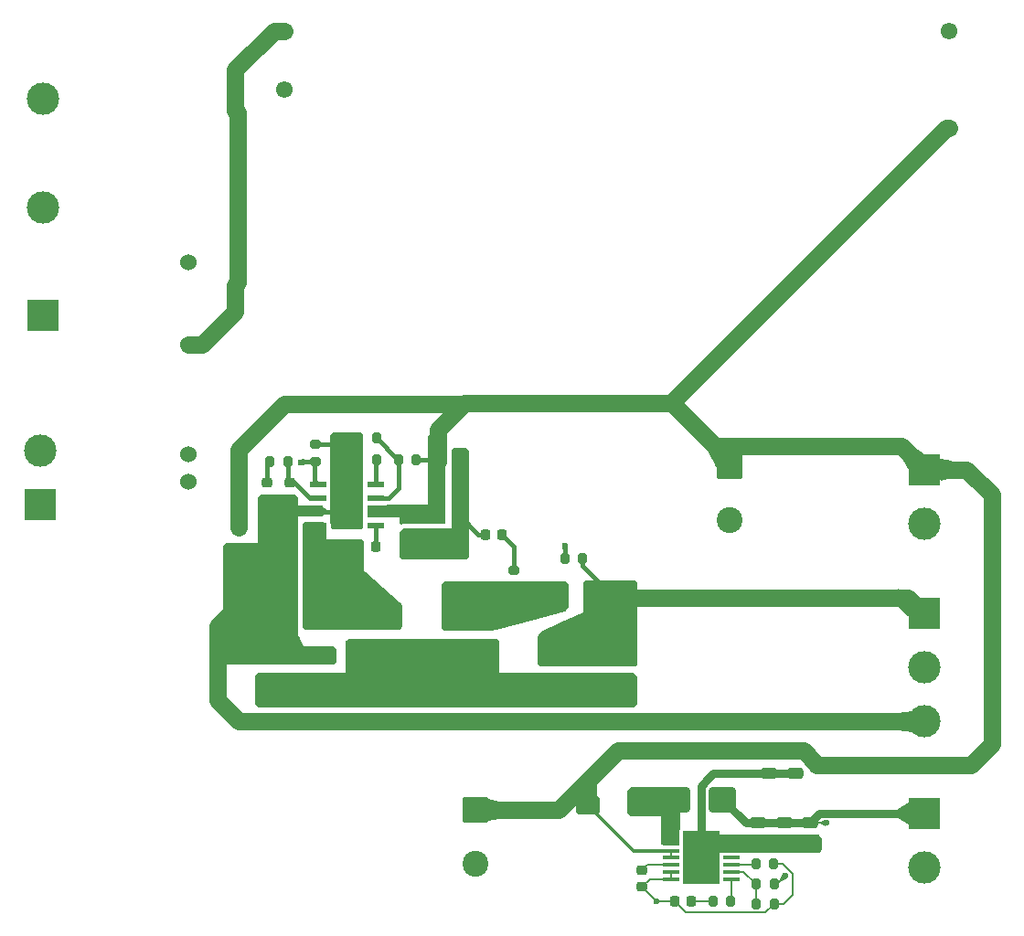
<source format=gbr>
%TF.GenerationSoftware,KiCad,Pcbnew,9.0.2*%
%TF.CreationDate,2025-06-19T15:47:43+12:00*%
%TF.ProjectId,ES-Speed-Box-Power,45532d53-7065-4656-942d-426f782d506f,rev?*%
%TF.SameCoordinates,Original*%
%TF.FileFunction,Copper,L1,Top*%
%TF.FilePolarity,Positive*%
%FSLAX46Y46*%
G04 Gerber Fmt 4.6, Leading zero omitted, Abs format (unit mm)*
G04 Created by KiCad (PCBNEW 9.0.2) date 2025-06-19 15:47:43*
%MOMM*%
%LPD*%
G01*
G04 APERTURE LIST*
G04 Aperture macros list*
%AMRoundRect*
0 Rectangle with rounded corners*
0 $1 Rounding radius*
0 $2 $3 $4 $5 $6 $7 $8 $9 X,Y pos of 4 corners*
0 Add a 4 corners polygon primitive as box body*
4,1,4,$2,$3,$4,$5,$6,$7,$8,$9,$2,$3,0*
0 Add four circle primitives for the rounded corners*
1,1,$1+$1,$2,$3*
1,1,$1+$1,$4,$5*
1,1,$1+$1,$6,$7*
1,1,$1+$1,$8,$9*
0 Add four rect primitives between the rounded corners*
20,1,$1+$1,$2,$3,$4,$5,0*
20,1,$1+$1,$4,$5,$6,$7,0*
20,1,$1+$1,$6,$7,$8,$9,0*
20,1,$1+$1,$8,$9,$2,$3,0*%
G04 Aperture macros list end*
%TA.AperFunction,SMDPad,CuDef*%
%ADD10RoundRect,0.250000X0.475000X-0.250000X0.475000X0.250000X-0.475000X0.250000X-0.475000X-0.250000X0*%
%TD*%
%TA.AperFunction,SMDPad,CuDef*%
%ADD11RoundRect,0.225000X0.225000X0.250000X-0.225000X0.250000X-0.225000X-0.250000X0.225000X-0.250000X0*%
%TD*%
%TA.AperFunction,SMDPad,CuDef*%
%ADD12RoundRect,0.225000X-0.250000X0.225000X-0.250000X-0.225000X0.250000X-0.225000X0.250000X0.225000X0*%
%TD*%
%TA.AperFunction,SMDPad,CuDef*%
%ADD13RoundRect,0.250000X-0.475000X0.250000X-0.475000X-0.250000X0.475000X-0.250000X0.475000X0.250000X0*%
%TD*%
%TA.AperFunction,SMDPad,CuDef*%
%ADD14RoundRect,0.250000X-0.250000X-0.475000X0.250000X-0.475000X0.250000X0.475000X-0.250000X0.475000X0*%
%TD*%
%TA.AperFunction,ComponentPad*%
%ADD15R,3.000000X3.000000*%
%TD*%
%TA.AperFunction,ComponentPad*%
%ADD16C,3.000000*%
%TD*%
%TA.AperFunction,SMDPad,CuDef*%
%ADD17RoundRect,0.200000X0.200000X0.275000X-0.200000X0.275000X-0.200000X-0.275000X0.200000X-0.275000X0*%
%TD*%
%TA.AperFunction,SMDPad,CuDef*%
%ADD18RoundRect,0.225000X-0.225000X-0.250000X0.225000X-0.250000X0.225000X0.250000X-0.225000X0.250000X0*%
%TD*%
%TA.AperFunction,SMDPad,CuDef*%
%ADD19R,1.550000X0.600000*%
%TD*%
%TA.AperFunction,ComponentPad*%
%ADD20C,0.600000*%
%TD*%
%TA.AperFunction,SMDPad,CuDef*%
%ADD21R,2.600000X3.100000*%
%TD*%
%TA.AperFunction,SMDPad,CuDef*%
%ADD22R,2.950000X4.500000*%
%TD*%
%TA.AperFunction,SMDPad,CuDef*%
%ADD23RoundRect,0.202500X-0.882500X-0.607500X0.882500X-0.607500X0.882500X0.607500X-0.882500X0.607500X0*%
%TD*%
%TA.AperFunction,SMDPad,CuDef*%
%ADD24RoundRect,0.200000X-0.200000X-0.275000X0.200000X-0.275000X0.200000X0.275000X-0.200000X0.275000X0*%
%TD*%
%TA.AperFunction,ComponentPad*%
%ADD25RoundRect,0.250001X-0.949999X0.949999X-0.949999X-0.949999X0.949999X-0.949999X0.949999X0.949999X0*%
%TD*%
%TA.AperFunction,ComponentPad*%
%ADD26C,2.400000*%
%TD*%
%TA.AperFunction,SMDPad,CuDef*%
%ADD27RoundRect,0.200000X-0.275000X0.200000X-0.275000X-0.200000X0.275000X-0.200000X0.275000X0.200000X0*%
%TD*%
%TA.AperFunction,SMDPad,CuDef*%
%ADD28RoundRect,0.250000X1.000000X0.650000X-1.000000X0.650000X-1.000000X-0.650000X1.000000X-0.650000X0*%
%TD*%
%TA.AperFunction,SMDPad,CuDef*%
%ADD29R,1.600000X0.300000*%
%TD*%
%TA.AperFunction,SMDPad,CuDef*%
%ADD30R,3.400000X5.000000*%
%TD*%
%TA.AperFunction,ComponentPad*%
%ADD31C,1.524000*%
%TD*%
%TA.AperFunction,ComponentPad*%
%ADD32C,1.549400*%
%TD*%
%TA.AperFunction,SMDPad,CuDef*%
%ADD33R,4.500000X2.150000*%
%TD*%
%TA.AperFunction,SMDPad,CuDef*%
%ADD34RoundRect,0.250000X1.000000X0.900000X-1.000000X0.900000X-1.000000X-0.900000X1.000000X-0.900000X0*%
%TD*%
%TA.AperFunction,ViaPad*%
%ADD35C,0.600000*%
%TD*%
%TA.AperFunction,Conductor*%
%ADD36C,0.200000*%
%TD*%
%TA.AperFunction,Conductor*%
%ADD37C,0.400000*%
%TD*%
%TA.AperFunction,Conductor*%
%ADD38C,0.800000*%
%TD*%
%TA.AperFunction,Conductor*%
%ADD39C,1.600000*%
%TD*%
%TA.AperFunction,Conductor*%
%ADD40C,0.300000*%
%TD*%
G04 APERTURE END LIST*
D10*
%TO.P,C12,1*%
%TO.N,GND*%
X77800000Y-106099997D03*
%TO.P,C12,2*%
%TO.N,-24VDC*%
X77800000Y-104199999D03*
%TD*%
D11*
%TO.P,C7,1*%
%TO.N,Net-(U2-BOOT)*%
X82675000Y-93800000D03*
%TO.P,C7,2*%
%TO.N,Net-(D1-K)*%
X81125000Y-93800000D03*
%TD*%
D12*
%TO.P,C9,1*%
%TO.N,Net-(U2-COMP)*%
X74700000Y-87889998D03*
%TO.P,C9,2*%
%TO.N,-24VDC*%
X74700000Y-89439998D03*
%TD*%
D13*
%TO.P,C205,1*%
%TO.N,+18VDC*%
X118025000Y-119375002D03*
%TO.P,C205,2*%
%TO.N,GND*%
X118025000Y-121275000D03*
%TD*%
%TO.P,C11,1*%
%TO.N,+24VDC*%
X98900000Y-104200000D03*
%TO.P,C11,2*%
%TO.N,GND*%
X98900000Y-106099998D03*
%TD*%
D14*
%TO.P,C4,1*%
%TO.N,+12VDC*%
X88450000Y-90864998D03*
%TO.P,C4,2*%
%TO.N,GND*%
X90350000Y-90864998D03*
%TD*%
D15*
%TO.P,J1,1,Pin_1*%
%TO.N,EARTH*%
X51850000Y-72345000D03*
D16*
%TO.P,J1,3,Pin_3*%
%TO.N,PHASE*%
X51850000Y-62345000D03*
%TO.P,J1,5,Pin_5*%
%TO.N,NEUTRAL*%
X51850000Y-52345000D03*
%TD*%
D14*
%TO.P,C3,1*%
%TO.N,+12VDC*%
X88450000Y-88364998D03*
%TO.P,C3,2*%
%TO.N,GND*%
X90350000Y-88364998D03*
%TD*%
D13*
%TO.P,C6,1*%
%TO.N,+12VDC*%
X70000000Y-92050001D03*
%TO.P,C6,2*%
%TO.N,-24VDC*%
X70000000Y-93949999D03*
%TD*%
D17*
%TO.P,R5,1*%
%TO.N,Net-(U2-RT{slash}CLK)*%
X82725000Y-85714998D03*
%TO.P,R5,2*%
%TO.N,-24VDC*%
X81075000Y-85714998D03*
%TD*%
D12*
%TO.P,C8,1*%
%TO.N,Net-(C8-Pad1)*%
X72600000Y-87889998D03*
%TO.P,C8,2*%
%TO.N,-24VDC*%
X72600000Y-89439998D03*
%TD*%
D18*
%TO.P,C10,1*%
%TO.N,GND*%
X92825000Y-92700000D03*
%TO.P,C10,2*%
%TO.N,Net-(C10-Pad2)*%
X94375000Y-92700000D03*
%TD*%
D15*
%TO.P,J4,1,Pin_1*%
%TO.N,+12VDC*%
X133492500Y-86662500D03*
D16*
%TO.P,J4,2,Pin_2*%
%TO.N,GND*%
X133492500Y-91662500D03*
%TD*%
D17*
%TO.P,R6,1*%
%TO.N,Net-(U2-COMP)*%
X74525000Y-85964998D03*
%TO.P,R6,2*%
%TO.N,Net-(C8-Pad1)*%
X72875000Y-85964998D03*
%TD*%
D19*
%TO.P,U2,1,BOOT*%
%TO.N,Net-(U2-BOOT)*%
X82700000Y-91819998D03*
%TO.P,U2,2,VIN*%
%TO.N,+12VDC*%
X82700000Y-90549998D03*
%TO.P,U2,3,EN*%
%TO.N,Net-(U2-EN)*%
X82700000Y-89279998D03*
%TO.P,U2,4,RT/CLK*%
%TO.N,Net-(U2-RT{slash}CLK)*%
X82700000Y-88009998D03*
%TO.P,U2,5,FB*%
%TO.N,Net-(U2-FB)*%
X77300000Y-88009998D03*
%TO.P,U2,6,COMP*%
%TO.N,Net-(U2-COMP)*%
X77300000Y-89279998D03*
%TO.P,U2,7,GND*%
%TO.N,-24VDC*%
X77300000Y-90549998D03*
%TO.P,U2,8,SW*%
%TO.N,Net-(D1-K)*%
X77300000Y-91819998D03*
D20*
%TO.P,U2,9,GNDPAD*%
%TO.N,-24VDC*%
X80600000Y-91714998D03*
X80600000Y-90514998D03*
X80600000Y-89214998D03*
X80600000Y-88114998D03*
D21*
X80000000Y-89914998D03*
D22*
X80000000Y-89914998D03*
D20*
X79400000Y-91714998D03*
X79400000Y-90514998D03*
X79400000Y-89214998D03*
X79400000Y-88114998D03*
%TD*%
D15*
%TO.P,J5,1,Pin_1*%
%TO.N,+18VDC*%
X133500000Y-118500000D03*
D16*
%TO.P,J5,2,Pin_2*%
%TO.N,GND*%
X133500000Y-123500000D03*
%TD*%
D23*
%TO.P,L200,1,1*%
%TO.N,+12VDC*%
X102310000Y-117775000D03*
%TO.P,L200,2,2*%
%TO.N,/Power - 18VDC/SW*%
X107150000Y-117775000D03*
%TD*%
D24*
%TO.P,R203,1*%
%TO.N,Net-(U200-FB)*%
X117900000Y-126925000D03*
%TO.P,R203,2*%
%TO.N,GND*%
X119550000Y-126925000D03*
%TD*%
D25*
%TO.P,C208,1*%
%TO.N,+12VDC*%
X91900000Y-118200000D03*
D26*
%TO.P,C208,2*%
%TO.N,GND*%
X91900000Y-123200000D03*
%TD*%
D24*
%TO.P,R200,1*%
%TO.N,Net-(U200-FREQ)*%
X117875000Y-123175000D03*
%TO.P,R200,2*%
%TO.N,GND*%
X119525000Y-123175000D03*
%TD*%
D27*
%TO.P,R8,1*%
%TO.N,Net-(C10-Pad2)*%
X95450000Y-96000000D03*
%TO.P,R8,2*%
%TO.N,Net-(D2-A)*%
X95450000Y-97650000D03*
%TD*%
D28*
%TO.P,D2,1,K*%
%TO.N,+24VDC*%
X103200000Y-98800000D03*
%TO.P,D2,2,A*%
%TO.N,Net-(D2-A)*%
X99200000Y-98800000D03*
%TD*%
D17*
%TO.P,R202,1*%
%TO.N,+18VDC*%
X119550000Y-125075000D03*
%TO.P,R202,2*%
%TO.N,Net-(U200-FB)*%
X117900000Y-125075000D03*
%TD*%
D27*
%TO.P,R7,1*%
%TO.N,-24VDC*%
X77100000Y-84314998D03*
%TO.P,R7,2*%
%TO.N,Net-(U2-FB)*%
X77100000Y-85964998D03*
%TD*%
D13*
%TO.P,C202,1*%
%TO.N,+12VDC*%
X121550000Y-112875001D03*
%TO.P,C202,2*%
%TO.N,GND*%
X121550000Y-114774999D03*
%TD*%
D29*
%TO.P,U200,1,SW*%
%TO.N,/Power - 18VDC/SW*%
X110000000Y-120675000D03*
%TO.P,U200,2,SW__1*%
X110000000Y-121325000D03*
%TO.P,U200,3,VIN*%
%TO.N,+12VDC*%
X110000000Y-121975000D03*
%TO.P,U200,4,EN*%
X110000000Y-122625000D03*
%TO.P,U200,5,SS*%
%TO.N,Net-(U200-SS)*%
X110000000Y-123275000D03*
%TO.P,U200,6,SYNC*%
%TO.N,GND*%
X110000000Y-123925000D03*
%TO.P,U200,7,AGND*%
X110000000Y-124575000D03*
%TO.P,U200,8,COMP*%
%TO.N,Net-(U200-COMP)*%
X115600000Y-124575000D03*
%TO.P,U200,9,FB*%
%TO.N,Net-(U200-FB)*%
X115600000Y-123925000D03*
%TO.P,U200,10,FREQ*%
%TO.N,Net-(U200-FREQ)*%
X115600000Y-123275000D03*
%TO.P,U200,11*%
%TO.N,N/C*%
X115600000Y-122625000D03*
%TO.P,U200,12,PGND*%
%TO.N,GND*%
X115600000Y-121975000D03*
%TO.P,U200,13,PGND__1*%
X115600000Y-121325000D03*
%TO.P,U200,14,PGND__2*%
X115600000Y-120675000D03*
D30*
%TO.P,U200,15,EPAD*%
X112800000Y-122625000D03*
%TD*%
D28*
%TO.P,D1,1,K*%
%TO.N,Net-(D1-K)*%
X77700000Y-98699998D03*
%TO.P,D1,2,A*%
%TO.N,-24VDC*%
X73700000Y-98699998D03*
%TD*%
D31*
%TO.P,S1,1,OUT1*%
%TO.N,PHASE*%
X65304100Y-67462300D03*
%TO.P,S1,2,OUT2*%
%TO.N,PHASE_SWITCHED*%
X65304100Y-75082300D03*
%TO.P,S1,3,IN+*%
%TO.N,/Power - Mains Input & 12V Trigger/TRIGGER+*%
X65304100Y-85242300D03*
%TO.P,S1,4,IN-*%
%TO.N,/Power - Mains Input & 12V Trigger/TRIGGER-*%
X65304100Y-87782300D03*
%TD*%
D25*
%TO.P,C200,1*%
%TO.N,+12VDC*%
X115400000Y-86384785D03*
D26*
%TO.P,C200,2*%
%TO.N,GND*%
X115400000Y-91384785D03*
%TD*%
D12*
%TO.P,C203,1*%
%TO.N,Net-(U200-SS)*%
X107350000Y-123750000D03*
%TO.P,C203,2*%
%TO.N,GND*%
X107350000Y-125300000D03*
%TD*%
D17*
%TO.P,R201,1*%
%TO.N,Net-(U200-COMP)*%
X115525000Y-126625000D03*
%TO.P,R201,2*%
%TO.N,Net-(C204-Pad1)*%
X113875000Y-126625000D03*
%TD*%
D32*
%TO.P,U1,1,AC/L*%
%TO.N,PHASE_SWITCHED*%
X74249998Y-46005501D03*
%TO.P,U1,2,AC/N*%
%TO.N,NEUTRAL*%
X74249998Y-51505501D03*
%TO.P,U1,3,V+*%
%TO.N,+12VDC*%
X135750002Y-55005501D03*
%TO.P,U1,4,V-*%
%TO.N,GND*%
X135750002Y-46005501D03*
%TD*%
D17*
%TO.P,R3,1*%
%TO.N,+12VDC*%
X86425000Y-85714998D03*
%TO.P,R3,2*%
%TO.N,Net-(U2-EN)*%
X84775000Y-85714998D03*
%TD*%
D13*
%TO.P,C13,1*%
%TO.N,+24VDC*%
X101450000Y-104200000D03*
%TO.P,C13,2*%
%TO.N,GND*%
X101450000Y-106099998D03*
%TD*%
D14*
%TO.P,C2,1*%
%TO.N,+12VDC*%
X88450000Y-85964998D03*
%TO.P,C2,2*%
%TO.N,GND*%
X90350000Y-85964998D03*
%TD*%
D13*
%TO.P,C207,1*%
%TO.N,+18VDC*%
X122900000Y-119375002D03*
%TO.P,C207,2*%
%TO.N,GND*%
X122900000Y-121275000D03*
%TD*%
D12*
%TO.P,C5,1*%
%TO.N,+12VDC*%
X85700000Y-91164998D03*
%TO.P,C5,2*%
%TO.N,GND*%
X85700000Y-92714998D03*
%TD*%
D15*
%TO.P,J2,1,Pin_1*%
%TO.N,/Power - Mains Input & 12V Trigger/TRIGGER+*%
X51636600Y-89932300D03*
D16*
%TO.P,J2,2,Pin_2*%
%TO.N,/Power - Mains Input & 12V Trigger/TRIGGER-*%
X51636600Y-84932300D03*
%TD*%
D10*
%TO.P,C16,1*%
%TO.N,GND*%
X72600000Y-106099997D03*
%TO.P,C16,2*%
%TO.N,-24VDC*%
X72600000Y-104199999D03*
%TD*%
D17*
%TO.P,R4,1*%
%TO.N,Net-(U2-EN)*%
X82725000Y-83764998D03*
%TO.P,R4,2*%
%TO.N,-24VDC*%
X81075000Y-83764998D03*
%TD*%
D10*
%TO.P,C14,1*%
%TO.N,GND*%
X75200000Y-106099997D03*
%TO.P,C14,2*%
%TO.N,-24VDC*%
X75200000Y-104199999D03*
%TD*%
D15*
%TO.P,J3,1,Pin_1*%
%TO.N,+24VDC*%
X133492500Y-100000000D03*
D16*
%TO.P,J3,2,Pin_2*%
%TO.N,GND*%
X133492500Y-105000000D03*
%TO.P,J3,3,Pin_3*%
%TO.N,-24VDC*%
X133492500Y-110000000D03*
%TD*%
D33*
%TO.P,L1,1,1*%
%TO.N,GND*%
X82750000Y-103614998D03*
%TO.P,L1,2,2*%
%TO.N,Net-(D1-K)*%
X82750000Y-100184998D03*
%TO.P,L1,3,3*%
%TO.N,Net-(D2-A)*%
X91250000Y-100184998D03*
%TO.P,L1,4,4*%
%TO.N,GND*%
X91250000Y-103614998D03*
%TD*%
D13*
%TO.P,C201,1*%
%TO.N,+12VDC*%
X119050000Y-112875001D03*
%TO.P,C201,2*%
%TO.N,GND*%
X119050000Y-114774999D03*
%TD*%
%TO.P,C15,1*%
%TO.N,+24VDC*%
X104000000Y-104200000D03*
%TO.P,C15,2*%
%TO.N,GND*%
X104000000Y-106099998D03*
%TD*%
D34*
%TO.P,D200,1,K*%
%TO.N,+18VDC*%
X114800001Y-117225000D03*
%TO.P,D200,2,A*%
%TO.N,/Power - 18VDC/SW*%
X110499999Y-117225000D03*
%TD*%
D13*
%TO.P,C206,1*%
%TO.N,+18VDC*%
X120500000Y-119375002D03*
%TO.P,C206,2*%
%TO.N,GND*%
X120500000Y-121275000D03*
%TD*%
D24*
%TO.P,R9,1*%
%TO.N,Net-(U2-FB)*%
X100200000Y-94900000D03*
%TO.P,R9,2*%
%TO.N,+24VDC*%
X101850000Y-94900000D03*
%TD*%
D11*
%TO.P,C204,1*%
%TO.N,Net-(C204-Pad1)*%
X111875000Y-126625000D03*
%TO.P,C204,2*%
%TO.N,GND*%
X110325000Y-126625000D03*
%TD*%
D35*
%TO.N,GND*%
X112886578Y-115886578D03*
X85500000Y-94500000D03*
X96000000Y-106000000D03*
X112800000Y-124325000D03*
X111900000Y-120925000D03*
X115600000Y-114774999D03*
X80750000Y-106000000D03*
X90500000Y-94500000D03*
X88500000Y-92500000D03*
X81750000Y-107000000D03*
X112800000Y-122625000D03*
X95000000Y-106000000D03*
X80750000Y-107000000D03*
X88500000Y-93500000D03*
X89500000Y-92500000D03*
X95000000Y-108000000D03*
X113936578Y-114836578D03*
X111900000Y-122625000D03*
X112800000Y-121825000D03*
X86500000Y-94500000D03*
X90500000Y-93500000D03*
X95000000Y-107000000D03*
X108700000Y-126625000D03*
X121700000Y-121400000D03*
X111900000Y-124325000D03*
X97000000Y-106000000D03*
X111900000Y-121825000D03*
X97000000Y-107000000D03*
X112800000Y-117400000D03*
X81750000Y-106000000D03*
X82750000Y-108000000D03*
X113800000Y-121825000D03*
X96000000Y-108000000D03*
X114800000Y-114774999D03*
X89500000Y-93500000D03*
X81750000Y-108000000D03*
X119200000Y-121400000D03*
X96000000Y-107000000D03*
X113800000Y-124325000D03*
X80750000Y-108000000D03*
X113436578Y-115336578D03*
X89500000Y-94500000D03*
X112800000Y-120925000D03*
X97000000Y-108000000D03*
X113800000Y-123525000D03*
X112800000Y-118300000D03*
X82750000Y-106000000D03*
X113800000Y-120925000D03*
X113800000Y-122625000D03*
X112800000Y-116700000D03*
X112800000Y-123525000D03*
X87500000Y-94500000D03*
X116800000Y-121300000D03*
X111900000Y-123525000D03*
X82750000Y-107000000D03*
X88500000Y-94500000D03*
X90500000Y-92500000D03*
%TO.N,Net-(U2-FB)*%
X100200000Y-93700000D03*
X75750000Y-86000000D03*
%TO.N,+18VDC*%
X120625735Y-124299265D03*
X124400000Y-119400000D03*
%TD*%
D36*
%TO.N,GND*%
X119550000Y-126925000D02*
X118774000Y-127701000D01*
D37*
X92185002Y-92700000D02*
X90350000Y-90864998D01*
D36*
X111401000Y-127701000D02*
X110325000Y-126625000D01*
X116800000Y-127701000D02*
X111401000Y-127701000D01*
D37*
X123225000Y-121600000D02*
X122900000Y-121275000D01*
D38*
X113936578Y-114836578D02*
X113436578Y-115336578D01*
X114800000Y-114774999D02*
X113998158Y-114774999D01*
D36*
X108075000Y-124575000D02*
X107350000Y-125300000D01*
X108700000Y-126625000D02*
X108675000Y-126625000D01*
X120350000Y-123175000D02*
X121300000Y-124125000D01*
D38*
X113998158Y-114774999D02*
X113936578Y-114836578D01*
D36*
X108675000Y-126625000D02*
X107350000Y-125300000D01*
D38*
X119050000Y-114774999D02*
X115600000Y-114774999D01*
X112800000Y-115973157D02*
X112800000Y-116700000D01*
X113436578Y-115336578D02*
X112886578Y-115886578D01*
X112800000Y-117400000D02*
X112800000Y-118300000D01*
X121550000Y-114774999D02*
X119050000Y-114774999D01*
X115600000Y-114774999D02*
X114800000Y-114774999D01*
X112800000Y-118300000D02*
X112800000Y-121825000D01*
D36*
X120400000Y-126925000D02*
X119550000Y-126925000D01*
X121300000Y-124125000D02*
X121300000Y-126025000D01*
D38*
X112886578Y-115886578D02*
X112800000Y-115973157D01*
D36*
X119525000Y-123175000D02*
X120350000Y-123175000D01*
X110325000Y-126625000D02*
X108700000Y-126625000D01*
D38*
X112800000Y-116700000D02*
X112800000Y-117400000D01*
D36*
X110000000Y-123925000D02*
X110000000Y-124575000D01*
X110000000Y-124575000D02*
X108075000Y-124575000D01*
X118774000Y-127701000D02*
X116800000Y-127701000D01*
X121300000Y-126025000D02*
X120400000Y-126925000D01*
D37*
X92825000Y-92700000D02*
X92185002Y-92700000D01*
D39*
%TO.N,+24VDC*%
X103500000Y-98500000D02*
X131992500Y-98500000D01*
D37*
X101850000Y-95550000D02*
X103200000Y-96900000D01*
X103200000Y-96900000D02*
X103200000Y-98800000D01*
D39*
X103200000Y-98800000D02*
X103500000Y-98500000D01*
X131992500Y-98500000D02*
X133492500Y-100000000D01*
D37*
X101850000Y-94900000D02*
X101850000Y-95550000D01*
%TO.N,-24VDC*%
X80525000Y-84314998D02*
X81075000Y-83764998D01*
X77100000Y-84314998D02*
X80525000Y-84314998D01*
D39*
X68000000Y-108000000D02*
X68000000Y-101199998D01*
D37*
X79365000Y-90549998D02*
X80000000Y-89914998D01*
D39*
X133492500Y-110000000D02*
X70000000Y-110000000D01*
X70500000Y-98699998D02*
X73700000Y-98699998D01*
D37*
X77300000Y-90549998D02*
X79365000Y-90549998D01*
D39*
X68000000Y-101199998D02*
X70500000Y-98699998D01*
X70000000Y-110000000D02*
X68000000Y-108000000D01*
%TO.N,+12VDC*%
X105075000Y-112700000D02*
X99575000Y-118200000D01*
X116900000Y-84500000D02*
X114055503Y-84500000D01*
X137362500Y-86662500D02*
X133492500Y-86662500D01*
X102310000Y-117515000D02*
X102310000Y-115465000D01*
X110155503Y-80344497D02*
X110155503Y-80600000D01*
X90829200Y-80570800D02*
X88450000Y-82950000D01*
D36*
X102310000Y-117515000D02*
X102310000Y-117775000D01*
D39*
X115800000Y-86600000D02*
X115800000Y-86244497D01*
X99575000Y-118200000D02*
X91900000Y-118200000D01*
D36*
X110000000Y-122625000D02*
X110000000Y-121975000D01*
D40*
X110000000Y-121975000D02*
X106510000Y-121975000D01*
D39*
X105100000Y-112700000D02*
X122258951Y-112700000D01*
D37*
X86425000Y-85714998D02*
X88200000Y-85714998D01*
D39*
X135750002Y-55005501D02*
X135494499Y-55005501D01*
X115800000Y-86244497D02*
X114055503Y-84500000D01*
X70000000Y-84800000D02*
X70000000Y-92050001D01*
D37*
X88200000Y-85714998D02*
X88450000Y-85964998D01*
D39*
X131330000Y-84500000D02*
X116900000Y-84500000D01*
X122258951Y-112700000D02*
X123476000Y-113917049D01*
X88450000Y-82950000D02*
X88450000Y-85964998D01*
X137825000Y-114000000D02*
X139700000Y-112125000D01*
X123476000Y-114000000D02*
X137825000Y-114000000D01*
X105075000Y-112700000D02*
X105100000Y-112700000D01*
X102310000Y-115465000D02*
X105075000Y-112700000D01*
X90900000Y-80500000D02*
X90829200Y-80570800D01*
X90829200Y-80570800D02*
X74229200Y-80570800D01*
D40*
X106510000Y-121975000D02*
X102310000Y-117775000D01*
D39*
X133492500Y-86662500D02*
X131330000Y-84500000D01*
X114055503Y-84500000D02*
X110155503Y-80600000D01*
X110155503Y-80600000D02*
X110055503Y-80500000D01*
X110055503Y-80500000D02*
X90900000Y-80500000D01*
X139700000Y-89000000D02*
X137362500Y-86662500D01*
X74229200Y-80570800D02*
X70000000Y-84800000D01*
X135494499Y-55005501D02*
X110155503Y-80344497D01*
X139700000Y-112125000D02*
X139700000Y-89000000D01*
X123476000Y-113917049D02*
X123476000Y-114000000D01*
%TO.N,PHASE_SWITCHED*%
X69867100Y-53593620D02*
X69867100Y-69352357D01*
X66610900Y-75082300D02*
X65304100Y-75082300D01*
X69867100Y-69352357D02*
X69674298Y-69545159D01*
X69674298Y-72018902D02*
X66610900Y-75082300D01*
X69674298Y-53400818D02*
X69867100Y-53593620D01*
X73278981Y-46005501D02*
X69674298Y-49610184D01*
X69674298Y-69545159D02*
X69674298Y-72018902D01*
X69674298Y-49610184D02*
X69674298Y-53400818D01*
X74249998Y-46005501D02*
X73278981Y-46005501D01*
D37*
%TO.N,Net-(U2-BOOT)*%
X82675000Y-93800000D02*
X82675000Y-91844998D01*
X82675000Y-91844998D02*
X82700000Y-91819998D01*
%TO.N,Net-(U2-COMP)*%
X74525000Y-85964998D02*
X74525000Y-87714998D01*
X76565000Y-89279998D02*
X77300000Y-89279998D01*
X74700000Y-87889998D02*
X75175000Y-87889998D01*
X74525000Y-87714998D02*
X74700000Y-87889998D01*
X75175000Y-87889998D02*
X76565000Y-89279998D01*
%TO.N,Net-(U2-EN)*%
X83875000Y-89279998D02*
X82700000Y-89279998D01*
X84775000Y-88379998D02*
X83875000Y-89279998D01*
X84775000Y-85714998D02*
X84675000Y-85714998D01*
X84775000Y-85714998D02*
X84775000Y-88379998D01*
X84675000Y-85714998D02*
X82725000Y-83764998D01*
%TO.N,Net-(U2-RT{slash}CLK)*%
X82700000Y-85739998D02*
X82725000Y-85714998D01*
X82700000Y-88009998D02*
X82700000Y-85739998D01*
%TO.N,Net-(U2-FB)*%
X77100000Y-85964998D02*
X75785002Y-85964998D01*
X100200000Y-94900000D02*
X100200000Y-93700000D01*
X77000000Y-87709998D02*
X77000000Y-86064998D01*
X77300000Y-88009998D02*
X77000000Y-87709998D01*
X75785002Y-85964998D02*
X75750000Y-86000000D01*
X77000000Y-86064998D02*
X77100000Y-85964998D01*
%TO.N,Net-(C8-Pad1)*%
X72600000Y-87889998D02*
X72600000Y-86239998D01*
X72600000Y-86239998D02*
X72875000Y-85964998D01*
%TO.N,Net-(C10-Pad2)*%
X95450000Y-96000000D02*
X95450000Y-93775000D01*
X95450000Y-93775000D02*
X94375000Y-92700000D01*
D38*
%TO.N,+18VDC*%
X122900000Y-119375002D02*
X118025000Y-119375002D01*
X122900000Y-119375002D02*
X123775002Y-118500000D01*
X116950003Y-119375002D02*
X114800001Y-117225000D01*
X118025000Y-119375002D02*
X116950003Y-119375002D01*
X123775002Y-118500000D02*
X133500000Y-118500000D01*
D36*
X119550000Y-125075000D02*
X119850000Y-125075000D01*
X119850000Y-125075000D02*
X120625735Y-124299265D01*
X124375002Y-119375002D02*
X122900000Y-119375002D01*
X124400000Y-119400000D02*
X124375002Y-119375002D01*
%TO.N,Net-(U200-SS)*%
X110000000Y-123275000D02*
X107825000Y-123275000D01*
X107825000Y-123275000D02*
X107350000Y-123750000D01*
%TO.N,Net-(C204-Pad1)*%
X113875000Y-126625000D02*
X111875000Y-126625000D01*
%TO.N,Net-(U200-FREQ)*%
X117625000Y-123275000D02*
X117725000Y-123175000D01*
X115600000Y-123275000D02*
X117625000Y-123275000D01*
%TO.N,Net-(U200-COMP)*%
X115600000Y-124575000D02*
X115600000Y-126550000D01*
X115600000Y-126550000D02*
X115525000Y-126625000D01*
%TO.N,Net-(U200-FB)*%
X115600000Y-123925000D02*
X116750000Y-123925000D01*
X117900000Y-125075000D02*
X117900000Y-126925000D01*
X116750000Y-123925000D02*
X117900000Y-125075000D01*
%TD*%
%TA.AperFunction,Conductor*%
%TO.N,-24VDC*%
G36*
X81265677Y-83234683D02*
G01*
X81286319Y-83251317D01*
X81463681Y-83428679D01*
X81497166Y-83490002D01*
X81500000Y-83516360D01*
X81500000Y-89926190D01*
X81494977Y-89961126D01*
X81486425Y-89990249D01*
X81486423Y-89990257D01*
X81469999Y-90104496D01*
X81469999Y-90989135D01*
X81472323Y-91032493D01*
X81475157Y-91058848D01*
X81479798Y-91090332D01*
X81479801Y-91090344D01*
X81492788Y-91126741D01*
X81500000Y-91168412D01*
X81500000Y-91913636D01*
X81480315Y-91980675D01*
X81463681Y-92001317D01*
X81286319Y-92178679D01*
X81224996Y-92212164D01*
X81198638Y-92214998D01*
X78751362Y-92214998D01*
X78721921Y-92206353D01*
X78691935Y-92199830D01*
X78686919Y-92196075D01*
X78684323Y-92195313D01*
X78663681Y-92178679D01*
X78541819Y-92056817D01*
X78508334Y-91995494D01*
X78505500Y-91969136D01*
X78505500Y-91816359D01*
X78503175Y-91773001D01*
X78500341Y-91746646D01*
X78495700Y-91715162D01*
X78495699Y-91715161D01*
X78495699Y-91715156D01*
X78482710Y-91678752D01*
X78475499Y-91637082D01*
X78475499Y-91488480D01*
X78467258Y-91436447D01*
X78460646Y-91394694D01*
X78460644Y-91394690D01*
X78460644Y-91394689D01*
X78457630Y-91385410D01*
X78459766Y-91384715D01*
X78450000Y-91344029D01*
X78450000Y-89755966D01*
X78459769Y-89715279D01*
X78457630Y-89714584D01*
X78460644Y-89705305D01*
X78460646Y-89705302D01*
X78475500Y-89611517D01*
X78475499Y-88948480D01*
X78460646Y-88854694D01*
X78460644Y-88854690D01*
X78460644Y-88854689D01*
X78457630Y-88845410D01*
X78459766Y-88844715D01*
X78450000Y-88804029D01*
X78450000Y-88485966D01*
X78459769Y-88445279D01*
X78457630Y-88444584D01*
X78460644Y-88435305D01*
X78460646Y-88435302D01*
X78475500Y-88341517D01*
X78475499Y-87678480D01*
X78460646Y-87584694D01*
X78460644Y-87584690D01*
X78460644Y-87584689D01*
X78457630Y-87575410D01*
X78459766Y-87574715D01*
X78450000Y-87534029D01*
X78450000Y-83516360D01*
X78469685Y-83449321D01*
X78486319Y-83428679D01*
X78663681Y-83251317D01*
X78725004Y-83217832D01*
X78751362Y-83214998D01*
X81198638Y-83214998D01*
X81265677Y-83234683D01*
G37*
%TD.AperFunction*%
%TD*%
%TA.AperFunction,Conductor*%
%TO.N,-24VDC*%
G36*
X75265677Y-89019685D02*
G01*
X75286319Y-89036319D01*
X75463681Y-89213681D01*
X75497166Y-89275004D01*
X75500000Y-89301362D01*
X75500000Y-90000000D01*
X77698638Y-90000000D01*
X77765677Y-90019685D01*
X77786319Y-90036319D01*
X77963681Y-90213681D01*
X77997166Y-90275004D01*
X78000000Y-90301362D01*
X78000000Y-90698638D01*
X77980315Y-90765677D01*
X77963681Y-90786319D01*
X77786319Y-90963681D01*
X77724996Y-90997166D01*
X77698638Y-91000000D01*
X75500000Y-91000000D01*
X75500000Y-102500000D01*
X71750000Y-102500000D01*
X71750000Y-89301362D01*
X71769685Y-89234323D01*
X71786319Y-89213681D01*
X71963681Y-89036319D01*
X72025004Y-89002834D01*
X72051362Y-89000000D01*
X75198638Y-89000000D01*
X75265677Y-89019685D01*
G37*
%TD.AperFunction*%
%TD*%
%TA.AperFunction,Conductor*%
%TO.N,+24VDC*%
G36*
X106665677Y-96934683D02*
G01*
X106686319Y-96951317D01*
X106863681Y-97128679D01*
X106897166Y-97190002D01*
X106900000Y-97216360D01*
X106900000Y-104613636D01*
X106880315Y-104680675D01*
X106863681Y-104701317D01*
X106686319Y-104878679D01*
X106624996Y-104912164D01*
X106598638Y-104914998D01*
X98001362Y-104914998D01*
X97934323Y-104895313D01*
X97913681Y-104878679D01*
X97736319Y-104701317D01*
X97702834Y-104639994D01*
X97700000Y-104613636D01*
X97700000Y-102086630D01*
X97719685Y-102019591D01*
X97719904Y-102019250D01*
X97908178Y-101728383D01*
X97961130Y-101682803D01*
X97961240Y-101682753D01*
X99800000Y-100857499D01*
X101900000Y-99914998D01*
X101900000Y-97216360D01*
X101919685Y-97149321D01*
X101936319Y-97128679D01*
X102113681Y-96951317D01*
X102175004Y-96917832D01*
X102201362Y-96914998D01*
X106598638Y-96914998D01*
X106665677Y-96934683D01*
G37*
%TD.AperFunction*%
%TD*%
%TA.AperFunction,Conductor*%
%TO.N,GND*%
G36*
X91065677Y-84634683D02*
G01*
X91086319Y-84651317D01*
X91263681Y-84828679D01*
X91297166Y-84890002D01*
X91300000Y-84916360D01*
X91300000Y-94713636D01*
X91280315Y-94780675D01*
X91263681Y-94801317D01*
X91086319Y-94978679D01*
X91024996Y-95012164D01*
X90998638Y-95014998D01*
X85201362Y-95014998D01*
X85134323Y-94995313D01*
X85113681Y-94978679D01*
X84936319Y-94801317D01*
X84902834Y-94739994D01*
X84900000Y-94713636D01*
X84900000Y-92416360D01*
X84919685Y-92349321D01*
X84936319Y-92328679D01*
X85113681Y-92151317D01*
X85175004Y-92117832D01*
X85201362Y-92114998D01*
X89700000Y-92114998D01*
X89700000Y-84916360D01*
X89719685Y-84849321D01*
X89736319Y-84828679D01*
X89913681Y-84651317D01*
X89975004Y-84617832D01*
X90001362Y-84614998D01*
X90998638Y-84614998D01*
X91065677Y-84634683D01*
G37*
%TD.AperFunction*%
%TD*%
%TA.AperFunction,Conductor*%
%TO.N,Net-(D2-A)*%
G36*
X100265677Y-97019685D02*
G01*
X100286319Y-97036319D01*
X100463681Y-97213681D01*
X100497166Y-97275004D01*
X100500000Y-97301362D01*
X100500000Y-99408146D01*
X100480315Y-99475185D01*
X100474642Y-99483284D01*
X100284335Y-99733078D01*
X100228049Y-99774475D01*
X100218619Y-99777481D01*
X97050000Y-100650000D01*
X93849075Y-101531413D01*
X93832765Y-101534746D01*
X93358264Y-101598883D01*
X93341654Y-101600000D01*
X89101362Y-101600000D01*
X89034323Y-101580315D01*
X89013681Y-101563681D01*
X88836319Y-101386319D01*
X88802834Y-101324996D01*
X88800000Y-101298638D01*
X88800000Y-97301362D01*
X88819685Y-97234323D01*
X88836319Y-97213681D01*
X89013681Y-97036319D01*
X89075004Y-97002834D01*
X89101362Y-97000000D01*
X100198638Y-97000000D01*
X100265677Y-97019685D01*
G37*
%TD.AperFunction*%
%TD*%
%TA.AperFunction,Conductor*%
%TO.N,+12VDC*%
G36*
X88865677Y-83334683D02*
G01*
X88886319Y-83351317D01*
X89063681Y-83528679D01*
X89097166Y-83590002D01*
X89100000Y-83616360D01*
X89100000Y-91585498D01*
X89080315Y-91652537D01*
X89027511Y-91698292D01*
X88976000Y-91709498D01*
X85201361Y-91709498D01*
X85158003Y-91711822D01*
X85131652Y-91714656D01*
X85100164Y-91719297D01*
X85100154Y-91719300D01*
X85066538Y-91731294D01*
X85049605Y-91732262D01*
X85033715Y-91738189D01*
X85015446Y-91734214D01*
X84996782Y-91735282D01*
X84981604Y-91726852D01*
X84965442Y-91723337D01*
X84937188Y-91702186D01*
X84936319Y-91701317D01*
X84902834Y-91639994D01*
X84900000Y-91613636D01*
X84900000Y-91114998D01*
X84650000Y-91114998D01*
X82001362Y-91114998D01*
X81971921Y-91106353D01*
X81941935Y-91099830D01*
X81936919Y-91096075D01*
X81934323Y-91095313D01*
X81913681Y-91078679D01*
X81911818Y-91076816D01*
X81878333Y-91015493D01*
X81875499Y-90989135D01*
X81875499Y-90104497D01*
X81895184Y-90037458D01*
X81947988Y-89991703D01*
X81999494Y-89980497D01*
X83506518Y-89980497D01*
X83600304Y-89965644D01*
X83655234Y-89937655D01*
X83673178Y-89928513D01*
X83729472Y-89914998D01*
X87500000Y-89914998D01*
X87500000Y-83616360D01*
X87519685Y-83549321D01*
X87536319Y-83528679D01*
X87713681Y-83351317D01*
X87775004Y-83317832D01*
X87801362Y-83314998D01*
X88798638Y-83314998D01*
X88865677Y-83334683D01*
G37*
%TD.AperFunction*%
%TD*%
%TA.AperFunction,Conductor*%
%TO.N,GND*%
G36*
X93865677Y-102334683D02*
G01*
X93886319Y-102351317D01*
X94063681Y-102528679D01*
X94097166Y-102590002D01*
X94100000Y-102616360D01*
X94100000Y-105514998D01*
X79900000Y-105514998D01*
X79900000Y-102616360D01*
X79919685Y-102549321D01*
X79936319Y-102528679D01*
X80113681Y-102351317D01*
X80175004Y-102317832D01*
X80201362Y-102314998D01*
X93798638Y-102314998D01*
X93865677Y-102334683D01*
G37*
%TD.AperFunction*%
%TD*%
%TA.AperFunction,Conductor*%
%TO.N,GND*%
G36*
X123715677Y-120494685D02*
G01*
X123736319Y-120511319D01*
X123913681Y-120688681D01*
X123947166Y-120750004D01*
X123950000Y-120776362D01*
X123950000Y-121873638D01*
X123930315Y-121940677D01*
X123913681Y-121961319D01*
X123736319Y-122138681D01*
X123674996Y-122172166D01*
X123648638Y-122175000D01*
X116456347Y-122175000D01*
X116448456Y-122174543D01*
X116448447Y-122174707D01*
X116444867Y-122174500D01*
X116444865Y-122174500D01*
X116444862Y-122174500D01*
X114755143Y-122174500D01*
X114751561Y-122174708D01*
X114751551Y-122174544D01*
X114743666Y-122175000D01*
X113751362Y-122175000D01*
X113684323Y-122155315D01*
X113663681Y-122138681D01*
X113486319Y-121961319D01*
X113452834Y-121899996D01*
X113450000Y-121873638D01*
X113450000Y-120776362D01*
X113469685Y-120709323D01*
X113486319Y-120688681D01*
X113663681Y-120511319D01*
X113725004Y-120477834D01*
X113751362Y-120475000D01*
X123648638Y-120475000D01*
X123715677Y-120494685D01*
G37*
%TD.AperFunction*%
%TD*%
%TA.AperFunction,Conductor*%
%TO.N,/Power - 18VDC/SW*%
G36*
X111515677Y-116094685D02*
G01*
X111536319Y-116111319D01*
X111713681Y-116288681D01*
X111747166Y-116350004D01*
X111750000Y-116376362D01*
X111750000Y-118123638D01*
X111730315Y-118190677D01*
X111713681Y-118211319D01*
X111536319Y-118388681D01*
X111474996Y-118422166D01*
X111448638Y-118425000D01*
X110850000Y-118425000D01*
X110850000Y-119921082D01*
X110839434Y-119971169D01*
X110802415Y-120055006D01*
X110802415Y-120055008D01*
X110799500Y-120080131D01*
X110799500Y-121300500D01*
X110779815Y-121367539D01*
X110727011Y-121413294D01*
X110675500Y-121424500D01*
X109174000Y-121424500D01*
X109106961Y-121404815D01*
X109061206Y-121352011D01*
X109050000Y-121300500D01*
X109050000Y-118775000D01*
X108800000Y-118775000D01*
X106301362Y-118775000D01*
X106234323Y-118755315D01*
X106213681Y-118738681D01*
X106036319Y-118561319D01*
X106002834Y-118499996D01*
X106000000Y-118473638D01*
X106000000Y-116376362D01*
X106019685Y-116309323D01*
X106036319Y-116288681D01*
X106213681Y-116111319D01*
X106275004Y-116077834D01*
X106301362Y-116075000D01*
X111448638Y-116075000D01*
X111515677Y-116094685D01*
G37*
%TD.AperFunction*%
%TD*%
%TA.AperFunction,Conductor*%
%TO.N,GND*%
G36*
X106615677Y-105534683D02*
G01*
X106636319Y-105551317D01*
X106813681Y-105728679D01*
X106847166Y-105790002D01*
X106850000Y-105816360D01*
X106850000Y-108363636D01*
X106830315Y-108430675D01*
X106813681Y-108451317D01*
X106636319Y-108628679D01*
X106574996Y-108662164D01*
X106548638Y-108664998D01*
X71801362Y-108664998D01*
X71734323Y-108645313D01*
X71713681Y-108628679D01*
X71536319Y-108451317D01*
X71502834Y-108389994D01*
X71500000Y-108363636D01*
X71500000Y-105816360D01*
X71519685Y-105749321D01*
X71536319Y-105728679D01*
X71713681Y-105551317D01*
X71775004Y-105517832D01*
X71801362Y-105514998D01*
X79900000Y-105514998D01*
X94100000Y-105514998D01*
X106548638Y-105514998D01*
X106615677Y-105534683D01*
G37*
%TD.AperFunction*%
%TD*%
%TA.AperFunction,Conductor*%
%TO.N,Net-(D1-K)*%
G36*
X77865677Y-91534683D02*
G01*
X77886319Y-91551317D01*
X78063681Y-91728679D01*
X78097166Y-91790002D01*
X78100000Y-91816360D01*
X78100000Y-93114998D01*
X81298638Y-93114998D01*
X81365677Y-93134683D01*
X81386319Y-93151317D01*
X81563681Y-93328679D01*
X81597166Y-93390002D01*
X81600000Y-93416360D01*
X81600000Y-96003871D01*
X81766682Y-96152032D01*
X81785475Y-96168738D01*
X81785490Y-96168752D01*
X84893293Y-98931242D01*
X84924030Y-98973124D01*
X85089118Y-99340749D01*
X85100000Y-99391546D01*
X85100000Y-101213636D01*
X85080315Y-101280675D01*
X85063681Y-101301317D01*
X84886319Y-101478679D01*
X84824996Y-101512164D01*
X84798638Y-101514998D01*
X76201362Y-101514998D01*
X76171921Y-101506353D01*
X76141935Y-101499830D01*
X76136919Y-101496075D01*
X76134323Y-101495313D01*
X76113681Y-101478679D01*
X75941819Y-101306817D01*
X75908334Y-101245494D01*
X75905500Y-101219136D01*
X75905500Y-91810860D01*
X75925185Y-91743821D01*
X75941819Y-91723179D01*
X76113681Y-91551317D01*
X76175004Y-91517832D01*
X76201362Y-91514998D01*
X77798638Y-91514998D01*
X77865677Y-91534683D01*
G37*
%TD.AperFunction*%
%TD*%
%TA.AperFunction,Conductor*%
%TO.N,-24VDC*%
G36*
X71750000Y-102500000D02*
G01*
X75500000Y-102500000D01*
X75500000Y-102000001D01*
X75611803Y-102223607D01*
X75750000Y-102500000D01*
X75750000Y-102500001D01*
X75999998Y-102999998D01*
X75999999Y-102999999D01*
X76000000Y-103000000D01*
X78698638Y-103000000D01*
X78765677Y-103019685D01*
X78786319Y-103036319D01*
X78963681Y-103213681D01*
X78997166Y-103275004D01*
X79000000Y-103301362D01*
X79000000Y-104448638D01*
X78980315Y-104515677D01*
X78963681Y-104536319D01*
X78786319Y-104713681D01*
X78724996Y-104747166D01*
X78698638Y-104750000D01*
X68801362Y-104750000D01*
X68734323Y-104730315D01*
X68713681Y-104713681D01*
X68536319Y-104536319D01*
X68502834Y-104474996D01*
X68500000Y-104448638D01*
X68500000Y-93801362D01*
X68519685Y-93734323D01*
X68536319Y-93713681D01*
X68713681Y-93536319D01*
X68775004Y-93502834D01*
X68801362Y-93500000D01*
X71750000Y-93500000D01*
X71750000Y-102500000D01*
G37*
%TD.AperFunction*%
%TD*%
%TA.AperFunction,Conductor*%
%TO.N,+24VDC*%
G36*
X131008651Y-97706645D02*
G01*
X132931986Y-98498051D01*
X132938333Y-98504368D01*
X132938503Y-98504800D01*
X133488620Y-99986853D01*
X133488286Y-99995801D01*
X133481722Y-100001893D01*
X133479691Y-100002445D01*
X131998375Y-100264785D01*
X131989631Y-100262853D01*
X131988207Y-100261680D01*
X130996072Y-99303449D01*
X130992502Y-99295236D01*
X130992500Y-99295033D01*
X130992500Y-97717466D01*
X130995927Y-97709193D01*
X131004200Y-97705766D01*
X131008651Y-97706645D01*
G37*
%TD.AperFunction*%
%TD*%
%TA.AperFunction,Conductor*%
%TO.N,+24VDC*%
G36*
X131008651Y-97706645D02*
G01*
X132931986Y-98498051D01*
X132938333Y-98504368D01*
X132938503Y-98504800D01*
X133488620Y-99986853D01*
X133488286Y-99995801D01*
X133481722Y-100001893D01*
X133479691Y-100002445D01*
X131998375Y-100264785D01*
X131989631Y-100262853D01*
X131988207Y-100261680D01*
X130996072Y-99303449D01*
X130992502Y-99295236D01*
X130992500Y-99295033D01*
X130992500Y-97717466D01*
X130995927Y-97709193D01*
X131004200Y-97705766D01*
X131008651Y-97706645D01*
G37*
%TD.AperFunction*%
%TD*%
%TA.AperFunction,Conductor*%
%TO.N,-24VDC*%
G36*
X132392559Y-109002996D02*
G01*
X132393408Y-109003695D01*
X133483924Y-109991328D01*
X133487756Y-109999421D01*
X133484742Y-110007854D01*
X133483924Y-110008672D01*
X132393408Y-110996304D01*
X132384975Y-110999318D01*
X132383881Y-110999212D01*
X131015360Y-110801448D01*
X131007662Y-110796873D01*
X131005333Y-110789868D01*
X131005333Y-109210131D01*
X131008760Y-109201858D01*
X131015360Y-109198551D01*
X132383881Y-109000787D01*
X132392559Y-109002996D01*
G37*
%TD.AperFunction*%
%TD*%
%TA.AperFunction,Conductor*%
%TO.N,+12VDC*%
G36*
X135983095Y-85860619D02*
G01*
X135990535Y-85865602D01*
X135992500Y-85872092D01*
X135992500Y-87452908D01*
X135989073Y-87461181D01*
X135983095Y-87464381D01*
X134997250Y-87661549D01*
X134988468Y-87659813D01*
X133506115Y-86672237D01*
X133501130Y-86664798D01*
X133502865Y-86656013D01*
X133506115Y-86652763D01*
X134988468Y-85665186D01*
X134997250Y-85663450D01*
X135983095Y-85860619D01*
G37*
%TD.AperFunction*%
%TD*%
%TA.AperFunction,Conductor*%
%TO.N,+12VDC*%
G36*
X93095548Y-117201088D02*
G01*
X94090572Y-117398133D01*
X94098022Y-117403102D01*
X94099999Y-117409610D01*
X94099999Y-118990389D01*
X94096572Y-118998662D01*
X94090572Y-119001866D01*
X93095555Y-119198910D01*
X93086774Y-119197156D01*
X93085759Y-119196394D01*
X91909673Y-118208961D01*
X91905540Y-118201016D01*
X91908235Y-118192477D01*
X91909673Y-118191039D01*
X93085761Y-117203604D01*
X93094298Y-117200910D01*
X93095548Y-117201088D01*
G37*
%TD.AperFunction*%
%TD*%
%TA.AperFunction,Conductor*%
%TO.N,+12VDC*%
G36*
X114606790Y-83920617D02*
G01*
X114607109Y-83920949D01*
X115339458Y-84716593D01*
X115765853Y-85179840D01*
X115768935Y-85188248D01*
X115768427Y-85191207D01*
X115403158Y-86377528D01*
X115397448Y-86384426D01*
X115392379Y-86385778D01*
X114207317Y-86426619D01*
X114198931Y-86423479D01*
X114196574Y-86420401D01*
X114073166Y-86187316D01*
X113471540Y-85051000D01*
X113470698Y-85042086D01*
X113473606Y-85037255D01*
X114590245Y-83920616D01*
X114598517Y-83917190D01*
X114606790Y-83920617D01*
G37*
%TD.AperFunction*%
%TD*%
%TA.AperFunction,Conductor*%
%TO.N,+12VDC*%
G36*
X131285263Y-83712672D02*
G01*
X131287225Y-83714027D01*
X133379756Y-85159313D01*
X133384616Y-85166834D01*
X133384776Y-85168091D01*
X133492547Y-86649404D01*
X133489730Y-86657904D01*
X133481727Y-86661922D01*
X133480381Y-86661942D01*
X131999029Y-86598988D01*
X131990909Y-86595213D01*
X131989314Y-86593009D01*
X131268402Y-85302659D01*
X131266916Y-85296952D01*
X131266916Y-83722300D01*
X131270343Y-83714027D01*
X131278616Y-83710600D01*
X131285263Y-83712672D01*
G37*
%TD.AperFunction*%
%TD*%
%TA.AperFunction,Conductor*%
%TO.N,Net-(U2-FB)*%
G36*
X76333823Y-85763846D02*
G01*
X76341668Y-85768161D01*
X76344236Y-85775475D01*
X76344236Y-86155784D01*
X76340809Y-86164057D01*
X76335280Y-86167158D01*
X75820331Y-86291388D01*
X75811485Y-86289997D01*
X75806213Y-86282758D01*
X75806119Y-86282334D01*
X75749469Y-86002320D01*
X75749469Y-85997680D01*
X75806406Y-85716245D01*
X75811405Y-85708819D01*
X75819157Y-85706939D01*
X76333823Y-85763846D01*
G37*
%TD.AperFunction*%
%TD*%
%TA.AperFunction,Conductor*%
%TO.N,Net-(U2-FB)*%
G36*
X100483056Y-93756265D02*
G01*
X100490485Y-93761265D01*
X100492259Y-93769760D01*
X100401702Y-94284563D01*
X100396894Y-94292117D01*
X100390179Y-94294236D01*
X100009821Y-94294236D01*
X100001548Y-94290809D01*
X99998298Y-94284563D01*
X99907740Y-93769760D01*
X99909682Y-93761018D01*
X99916942Y-93756265D01*
X100197682Y-93699469D01*
X100202318Y-93699469D01*
X100483056Y-93756265D01*
G37*
%TD.AperFunction*%
%TD*%
%TA.AperFunction,Conductor*%
%TO.N,+18VDC*%
G36*
X132006160Y-117504104D02*
G01*
X133486384Y-118490263D01*
X133491369Y-118497702D01*
X133489634Y-118506487D01*
X133486384Y-118509737D01*
X132006160Y-119495895D01*
X131997375Y-119497630D01*
X131993653Y-119496191D01*
X131005680Y-118903408D01*
X131000349Y-118896213D01*
X131000000Y-118893375D01*
X131000000Y-118106625D01*
X131003427Y-118098352D01*
X131005680Y-118096592D01*
X131993653Y-117503808D01*
X132002511Y-117502490D01*
X132006160Y-117504104D01*
G37*
%TD.AperFunction*%
%TD*%
%TA.AperFunction,Conductor*%
%TO.N,+18VDC*%
G36*
X120386097Y-124139251D02*
G01*
X120387607Y-124140100D01*
X120624469Y-124297249D01*
X120627750Y-124300530D01*
X120784899Y-124537392D01*
X120786618Y-124546180D01*
X120781618Y-124553609D01*
X120780108Y-124554458D01*
X120283688Y-124786687D01*
X120274742Y-124787088D01*
X120270457Y-124784362D01*
X120140637Y-124654542D01*
X120137210Y-124646269D01*
X120138310Y-124641316D01*
X120370541Y-124144890D01*
X120377151Y-124138850D01*
X120386097Y-124139251D01*
G37*
%TD.AperFunction*%
%TD*%
%TA.AperFunction,Conductor*%
%TO.N,+18VDC*%
G36*
X124337983Y-119110461D02*
G01*
X124343743Y-119117318D01*
X124344054Y-119118522D01*
X124400530Y-119397680D01*
X124400530Y-119402320D01*
X124344278Y-119680369D01*
X124339278Y-119687798D01*
X124330490Y-119689517D01*
X124328379Y-119688877D01*
X123813033Y-119477976D01*
X123806674Y-119471671D01*
X123805764Y-119467148D01*
X123805764Y-119283576D01*
X123809191Y-119275303D01*
X123813940Y-119272419D01*
X124329062Y-119109685D01*
X124337983Y-119110461D01*
G37*
%TD.AperFunction*%
%TD*%
M02*

</source>
